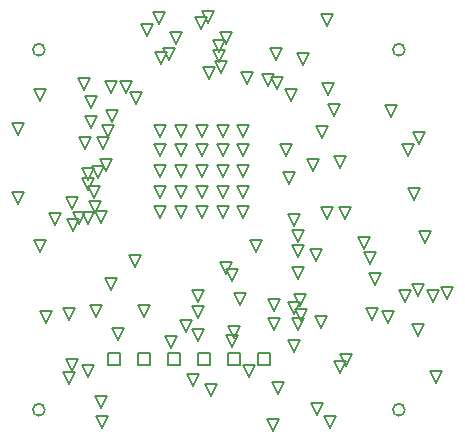
<source format=gbr>
%TF.GenerationSoftware,Altium Limited,Altium Designer,21.3.2 (30)*%
G04 Layer_Color=2752767*
%FSLAX44Y44*%
%MOMM*%
%TF.SameCoordinates,DF9C5644-7730-4CB0-946D-AD2690A7FF42*%
%TF.FilePolarity,Positive*%
%TF.FileFunction,Drawing*%
%TF.Part,Single*%
G01*
G75*
%TA.AperFunction,NonConductor*%
%ADD65C,0.1270*%
%ADD89C,0.1693*%
D65*
X718820Y647460D02*
Y657620D01*
X728980D01*
Y647460D01*
X718820D01*
X668020D02*
Y657620D01*
X678180D01*
Y647460D01*
X668020D01*
X693420D02*
Y657620D01*
X703580D01*
Y647460D01*
X693420D01*
X744220D02*
Y657620D01*
X754380D01*
Y647460D01*
X744220D01*
X769620D02*
Y657620D01*
X779780D01*
Y647460D01*
X769620D01*
X795020D02*
Y657620D01*
X805180D01*
Y647460D01*
X795020D01*
X712724Y902462D02*
X707644Y912622D01*
X717804D01*
X712724Y902462D01*
X764032Y895096D02*
X758952Y905256D01*
X769112D01*
X764032Y895096D01*
X762000Y903986D02*
X756920Y914146D01*
X767080D01*
X762000Y903986D01*
X762508Y912368D02*
X757428Y922528D01*
X767588D01*
X762508Y912368D01*
X676341Y668427D02*
X671261Y678587D01*
X681421D01*
X676341Y668427D01*
X662371Y610769D02*
X657291Y620929D01*
X667451D01*
X662371Y610769D01*
X755335Y620929D02*
X750255Y631089D01*
X760415D01*
X755335Y620929D01*
X812485Y622961D02*
X807405Y633121D01*
X817565D01*
X812485Y622961D01*
X844997Y604927D02*
X839917Y615087D01*
X850077D01*
X844997Y604927D01*
X848299Y678841D02*
X843219Y689001D01*
X853379D01*
X848299Y678841D01*
X825246Y658622D02*
X820166Y668782D01*
X830326D01*
X825246Y658622D01*
X936945Y750977D02*
X931865Y761137D01*
X942025D01*
X936945Y750977D01*
X907633Y857784D02*
X902553Y867944D01*
X912713D01*
X907633Y857784D01*
X931357Y834797D02*
X926277Y844957D01*
X936437D01*
X931357Y834797D01*
X662432Y768096D02*
X657352Y778256D01*
X667512D01*
X662432Y768096D01*
X657098Y775970D02*
X652018Y786130D01*
X662178D01*
X657098Y775970D01*
X753364Y890016D02*
X748284Y900176D01*
X758444D01*
X753364Y890016D01*
X725424Y918972D02*
X720344Y929132D01*
X730504D01*
X725424Y918972D01*
X720090Y905510D02*
X715010Y915670D01*
X725170D01*
X720090Y905510D01*
X768410Y724424D02*
X763330Y734584D01*
X773490D01*
X768410Y724424D01*
X698500Y688340D02*
X693420Y698500D01*
X703580D01*
X698500Y688340D01*
X772820Y718210D02*
X767740Y728370D01*
X777900D01*
X772820Y718210D01*
X811510Y881360D02*
X806430Y891520D01*
X816590D01*
X811510Y881360D01*
X831850Y684530D02*
X826770Y694690D01*
X836930D01*
X831850Y684530D01*
X829135Y676995D02*
X824054Y687155D01*
X834214D01*
X829135Y676995D01*
X955109Y703485D02*
X950029Y713645D01*
X960189D01*
X955109Y703485D01*
X844619Y735235D02*
X839539Y745395D01*
X849699D01*
X844619Y735235D01*
X664210Y830580D02*
X659130Y840740D01*
X669290D01*
X664210Y830580D01*
X651510Y803910D02*
X646430Y814070D01*
X656590D01*
X651510Y803910D01*
X666750Y811530D02*
X661670Y821690D01*
X671830D01*
X666750Y811530D01*
X660114Y805803D02*
X655034Y815963D01*
X665194D01*
X660114Y805803D01*
X651333Y795490D02*
X646253Y805650D01*
X656413D01*
X651333Y795490D01*
X859790Y858520D02*
X854710Y868680D01*
X864870D01*
X859790Y858520D01*
X864870Y814070D02*
X859790Y824230D01*
X869950D01*
X864870Y814070D01*
X842010Y811530D02*
X836930Y821690D01*
X847090D01*
X842010Y811530D01*
X818919Y823999D02*
X813839Y834159D01*
X823999D01*
X818919Y823999D01*
X721360Y661670D02*
X716280Y671830D01*
X726440D01*
X721360Y661670D01*
X734060Y675640D02*
X728980Y685800D01*
X739140D01*
X734060Y675640D01*
X849428Y839470D02*
X844348Y849630D01*
X854508D01*
X849428Y839470D01*
X854710Y876300D02*
X849630Y886460D01*
X859790D01*
X854710Y876300D01*
X740410Y629920D02*
X735330Y640080D01*
X745490D01*
X740410Y629920D01*
X793750Y742950D02*
X788670Y753110D01*
X798830D01*
X793750Y742950D01*
X822960Y871220D02*
X817880Y881380D01*
X828040D01*
X822960Y871220D01*
X803910Y883920D02*
X798830Y894080D01*
X808990D01*
X803910Y883920D01*
X768350Y919480D02*
X763270Y929640D01*
X773430D01*
X768350Y919480D01*
X637540Y642620D02*
X632460Y652780D01*
X642620D01*
X637540Y642620D01*
X638810Y760730D02*
X633730Y770890D01*
X643890D01*
X638810Y760730D01*
X779780Y698500D02*
X774700Y708660D01*
X784860D01*
X779780Y698500D01*
X808990Y676910D02*
X803910Y687070D01*
X814070D01*
X808990Y676910D01*
X773430Y662940D02*
X768350Y673100D01*
X778510D01*
X773430Y662940D01*
X648970Y830580D02*
X643890Y840740D01*
X654050D01*
X648970Y830580D01*
X786130Y885190D02*
X781050Y895350D01*
X791210D01*
X786130Y885190D01*
X610870Y742950D02*
X605790Y753110D01*
X615950D01*
X610870Y742950D01*
X637540Y779780D02*
X632460Y789940D01*
X642620D01*
X637540Y779780D01*
X643936Y767120D02*
X638856Y777280D01*
X649016D01*
X643936Y767120D01*
X651555Y767249D02*
X646475Y777409D01*
X656635D01*
X651555Y767249D01*
X656590Y789100D02*
X651510Y799260D01*
X661670D01*
X656590Y789100D01*
X787400Y637540D02*
X782320Y647700D01*
X792480D01*
X787400Y637540D01*
X774700Y670560D02*
X769620Y680720D01*
X779780D01*
X774700Y670560D01*
X946150Y632460D02*
X941070Y642620D01*
X951230D01*
X946150Y632460D01*
X930910Y706120D02*
X925830Y716280D01*
X935990D01*
X930910Y706120D01*
Y671830D02*
X925830Y681990D01*
X935990D01*
X930910Y671830D01*
X647700Y880110D02*
X642620Y890270D01*
X652780D01*
X647700Y880110D01*
X701040Y925830D02*
X695960Y935990D01*
X706120D01*
X701040Y925830D01*
X623570Y765810D02*
X618490Y775970D01*
X628650D01*
X623570Y765810D01*
X711200Y935990D02*
X706120Y946150D01*
X716280D01*
X711200Y935990D01*
X610870Y871220D02*
X605790Y881380D01*
X615950D01*
X610870Y871220D01*
X591820Y783590D02*
X586740Y793750D01*
X596900D01*
X591820Y783590D01*
Y842010D02*
X586740Y852170D01*
X596900D01*
X591820Y842010D01*
X654050Y864870D02*
X648970Y875030D01*
X659130D01*
X654050Y864870D01*
X670560Y877570D02*
X665480Y887730D01*
X675640D01*
X670560Y877570D01*
X692150Y868680D02*
X687070Y878840D01*
X697230D01*
X692150Y868680D01*
X671830Y853440D02*
X666750Y863600D01*
X676910D01*
X671830Y853440D01*
X782320Y772160D02*
X777240Y782320D01*
X787400D01*
X782320Y772160D01*
X765810D02*
X760730Y782320D01*
X770890D01*
X765810Y772160D01*
X748030D02*
X742950Y782320D01*
X753110D01*
X748030Y772160D01*
X730250D02*
X725170Y782320D01*
X735330D01*
X730250Y772160D01*
X712470D02*
X707390Y782320D01*
X717550D01*
X712470Y772160D01*
X782320Y788670D02*
X777240Y798830D01*
X787400D01*
X782320Y788670D01*
X765810D02*
X760730Y798830D01*
X770890D01*
X765810Y788670D01*
X748030D02*
X742950Y798830D01*
X753110D01*
X748030Y788670D01*
X730250D02*
X725170Y798830D01*
X735330D01*
X730250Y788670D01*
X712470D02*
X707390Y798830D01*
X717550D01*
X712470Y788670D01*
X782320Y806450D02*
X777240Y816610D01*
X787400D01*
X782320Y806450D01*
X765810D02*
X760730Y816610D01*
X770890D01*
X765810Y806450D01*
X748030D02*
X742950Y816610D01*
X753110D01*
X748030Y806450D01*
X730250D02*
X725170Y816610D01*
X735330D01*
X730250Y806450D01*
X712470D02*
X707390Y816610D01*
X717550D01*
X712470Y806450D01*
X782320Y824230D02*
X777240Y834390D01*
X787400D01*
X782320Y824230D01*
X765810D02*
X760730Y834390D01*
X770890D01*
X765810Y824230D01*
X748030D02*
X742950Y834390D01*
X753110D01*
X748030Y824230D01*
X730250D02*
X725170Y834390D01*
X735330D01*
X730250Y824230D01*
X712470D02*
X707390Y834390D01*
X717550D01*
X712470Y824230D01*
X782320Y840740D02*
X777240Y850900D01*
X787400D01*
X782320Y840740D01*
X765810D02*
X760730Y850900D01*
X770890D01*
X765810Y840740D01*
X748030D02*
X742950Y850900D01*
X753110D01*
X748030Y840740D01*
X730250D02*
X725170Y850900D01*
X735330D01*
X730250Y840740D01*
X712470D02*
X707390Y850900D01*
X717550D01*
X712470Y840740D01*
X810260Y905510D02*
X805180Y915670D01*
X815340D01*
X810260Y905510D01*
X833120Y901700D02*
X828040Y911860D01*
X838200D01*
X833120Y901700D01*
X853440Y934720D02*
X848360Y944880D01*
X858520D01*
X853440Y934720D01*
X657860Y688340D02*
X652780Y698500D01*
X662940D01*
X657860Y688340D01*
X635000Y685800D02*
X629920Y695960D01*
X640080D01*
X635000Y685800D01*
X615950Y683260D02*
X610870Y693420D01*
X621030D01*
X615950Y683260D01*
X690880Y730250D02*
X685800Y740410D01*
X695960D01*
X690880Y730250D01*
X670560Y711200D02*
X665480Y721360D01*
X675640D01*
X670560Y711200D01*
X927100Y787400D02*
X922020Y797560D01*
X932180D01*
X927100Y787400D01*
X922020Y824230D02*
X916940Y834390D01*
X927100D01*
X922020Y824230D01*
X864562Y641042D02*
X859482Y651202D01*
X869642D01*
X864562Y641042D01*
X869950Y646430D02*
X864870Y656590D01*
X875030D01*
X869950Y646430D01*
X825500Y690880D02*
X820420Y701040D01*
X830580D01*
X825500Y690880D01*
X855980Y594360D02*
X850900Y604520D01*
X861060D01*
X855980Y594360D01*
X807720Y591820D02*
X802640Y601980D01*
X812800D01*
X807720Y591820D01*
X905510Y683260D02*
X900430Y693420D01*
X910590D01*
X905510Y683260D01*
X891540Y685800D02*
X886460Y695960D01*
X896620D01*
X891540Y685800D01*
X894080Y715010D02*
X889000Y725170D01*
X899160D01*
X894080Y715010D01*
X890270Y732790D02*
X885190Y742950D01*
X895350D01*
X890270Y732790D01*
X885190Y745490D02*
X880110Y755650D01*
X890270D01*
X885190Y745490D01*
X868680Y770890D02*
X863600Y781050D01*
X873760D01*
X868680Y770890D01*
X853440D02*
X848360Y781050D01*
X858520D01*
X853440Y770890D01*
X830580Y697230D02*
X825500Y707390D01*
X835660D01*
X830580Y697230D01*
X829310Y720090D02*
X824230Y730250D01*
X834390D01*
X829310Y720090D01*
Y739140D02*
X824230Y749300D01*
X834390D01*
X829310Y739140D01*
X808990Y693420D02*
X803910Y703580D01*
X814070D01*
X808990Y693420D01*
X662940Y594360D02*
X657860Y604520D01*
X668020D01*
X662940Y594360D01*
X635000Y631190D02*
X629920Y641350D01*
X640080D01*
X635000Y631190D01*
X943610Y701040D02*
X938530Y711200D01*
X948690D01*
X943610Y701040D01*
X919480D02*
X914400Y711200D01*
X924560D01*
X919480Y701040D01*
X829310Y751840D02*
X824230Y762000D01*
X834390D01*
X829310Y751840D01*
X825611Y764931D02*
X820531Y775091D01*
X830691D01*
X825611Y764931D01*
X654050Y848360D02*
X648970Y858520D01*
X659130D01*
X654050Y848360D01*
X683260Y877570D02*
X678180Y887730D01*
X688340D01*
X683260Y877570D01*
X753110Y937260D02*
X748030Y947420D01*
X758190D01*
X753110Y937260D01*
X746850Y932180D02*
X741770Y942340D01*
X751930D01*
X746850Y932180D01*
X668020Y840740D02*
X662940Y850900D01*
X673100D01*
X668020Y840740D01*
X744220Y701040D02*
X739140Y711200D01*
X749300D01*
X744220Y701040D01*
X821515Y800275D02*
X816435Y810435D01*
X826595D01*
X821515Y800275D01*
X651510Y637540D02*
X646430Y647700D01*
X656590D01*
X651510Y637540D01*
X744220Y668020D02*
X739140Y678180D01*
X749300D01*
X744220Y668020D01*
Y687070D02*
X739140Y697230D01*
X749300D01*
X744220Y687070D01*
D89*
X614680Y609600D02*
G03*
X614680Y609600I-5080J0D01*
G01*
X919480D02*
G03*
X919480Y609600I-5080J0D01*
G01*
Y914400D02*
G03*
X919480Y914400I-5080J0D01*
G01*
X614680D02*
G03*
X614680Y914400I-5080J0D01*
G01*
%TF.MD5,cf3d49a4247ece0ca9705836c2e288c9*%
M02*

</source>
